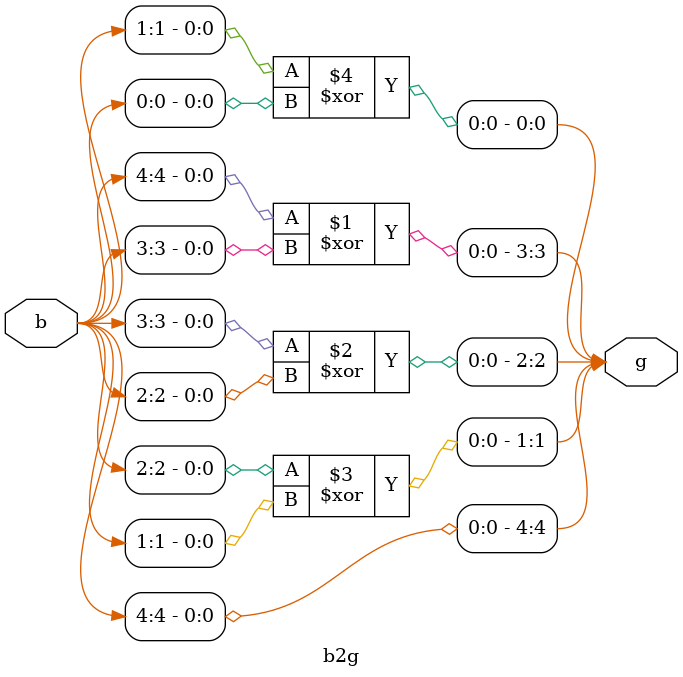
<source format=v>
module b2g(
input [4:0]b,
output [4:0]g);


assign g[4]=b[4];
assign g[3]=b[4]^b[3];
assign g[2]=b[3]^b[2];
assign g[1]=b[2]^b[1];
assign g[0]=b[1]^b[0];

endmodule

</source>
